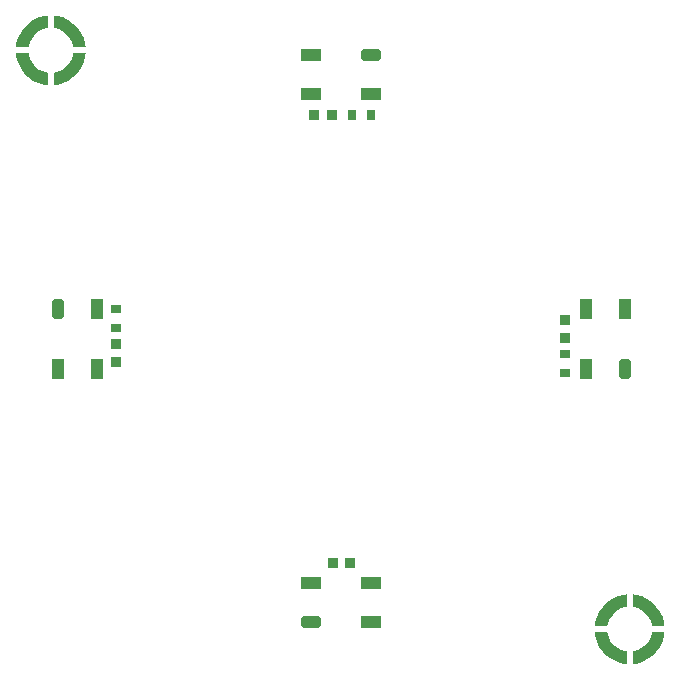
<source format=gbp>
G04*
G04 #@! TF.GenerationSoftware,Altium Limited,Altium Designer,18.1.6 (161)*
G04*
G04 Layer_Color=128*
%FSLAX44Y44*%
%MOMM*%
G71*
G01*
G75*
%ADD25R,0.9200X0.9300*%
%ADD31R,0.7900X0.9300*%
%ADD43R,0.9300X0.7900*%
%ADD45R,0.9300X0.9200*%
%ADD88R,1.0000X1.7000*%
%ADD89R,1.0000X1.7000*%
G04:AMPARAMS|DCode=90|XSize=1.7mm|YSize=1mm|CornerRadius=0.25mm|HoleSize=0mm|Usage=FLASHONLY|Rotation=270.000|XOffset=0mm|YOffset=0mm|HoleType=Round|Shape=RoundedRectangle|*
%AMROUNDEDRECTD90*
21,1,1.7000,0.5000,0,0,270.0*
21,1,1.2000,1.0000,0,0,270.0*
1,1,0.5000,-0.2500,-0.6000*
1,1,0.5000,-0.2500,0.6000*
1,1,0.5000,0.2500,0.6000*
1,1,0.5000,0.2500,-0.6000*
%
%ADD90ROUNDEDRECTD90*%
%ADD91R,1.7000X1.0000*%
%ADD92R,1.7000X1.0000*%
G04:AMPARAMS|DCode=93|XSize=1.7mm|YSize=1mm|CornerRadius=0.25mm|HoleSize=0mm|Usage=FLASHONLY|Rotation=180.000|XOffset=0mm|YOffset=0mm|HoleType=Round|Shape=RoundedRectangle|*
%AMROUNDEDRECTD93*
21,1,1.7000,0.5000,0,0,180.0*
21,1,1.2000,1.0000,0,0,180.0*
1,1,0.5000,-0.6000,0.2500*
1,1,0.5000,0.6000,0.2500*
1,1,0.5000,0.6000,-0.2500*
1,1,0.5000,-0.6000,-0.2500*
%
%ADD93ROUNDEDRECTD93*%
G36*
X606Y517500D02*
X826Y514919D01*
X2157Y509914D01*
X4341Y505216D01*
X7309Y500972D01*
X10972Y497309D01*
X15216Y494341D01*
X19914Y492157D01*
X24919Y490826D01*
X27500Y490606D01*
D01*
Y501165D01*
X27500D01*
X25972Y501432D01*
X23005Y502334D01*
X20226Y503707D01*
X17706Y505513D01*
X15514Y507706D01*
X13707Y510225D01*
X12335Y513005D01*
X11432Y515971D01*
X11165Y517499D01*
D01*
Y517500D01*
X606D01*
D02*
G37*
G36*
X27500Y549394D02*
X24919Y549174D01*
X19914Y547843D01*
X15216Y545659D01*
X10972Y542691D01*
X7309Y539028D01*
X4341Y534783D01*
X2157Y530086D01*
X826Y525081D01*
X606Y522500D01*
Y522500D01*
X11165D01*
Y522500D01*
X11432Y524028D01*
X12334Y526995D01*
X13707Y529774D01*
X15513Y532294D01*
X17706Y534486D01*
X20225Y536293D01*
X23005Y537665D01*
X25971Y538568D01*
X27499Y538835D01*
Y538835D01*
X27500D01*
Y549394D01*
D02*
G37*
G36*
X32500Y490606D02*
X35080Y490826D01*
X40086Y492157D01*
X44783Y494341D01*
X49028Y497309D01*
X52691Y500972D01*
X55659Y505216D01*
X57843Y509914D01*
X59174Y514919D01*
X59394Y517500D01*
X59394D01*
X48835D01*
X48835Y517500D01*
X48568Y515972D01*
X47666Y513005D01*
X46293Y510226D01*
X44486Y507706D01*
X42294Y505514D01*
X39775Y503707D01*
X36995Y502335D01*
X34029Y501432D01*
X32501Y501165D01*
X32501D01*
X32500D01*
X32500Y490606D01*
D02*
G37*
G36*
X59394Y522500D02*
X59174Y525081D01*
X57843Y530086D01*
X55659Y534783D01*
X52691Y539028D01*
X49028Y542691D01*
X44783Y545659D01*
X40086Y547843D01*
X35080Y549174D01*
X32500Y549394D01*
X32500Y549394D01*
Y538835D01*
X32500Y538835D01*
X34028Y538568D01*
X36995Y537666D01*
X39774Y536293D01*
X42294Y534487D01*
X44486Y532294D01*
X46293Y529775D01*
X47665Y526995D01*
X48568Y524029D01*
X48835Y522501D01*
X48835Y522501D01*
Y522500D01*
X59394Y522500D01*
D02*
G37*
G36*
X490606Y27500D02*
X490826Y24919D01*
X492157Y19914D01*
X494341Y15216D01*
X497309Y10972D01*
X500972Y7309D01*
X505216Y4341D01*
X509914Y2157D01*
X514919Y826D01*
X517500Y606D01*
D01*
Y11165D01*
X517500D01*
X515972Y11432D01*
X513005Y12334D01*
X510226Y13707D01*
X507706Y15513D01*
X505514Y17706D01*
X503707Y20225D01*
X502335Y23005D01*
X501432Y25971D01*
X501165Y27499D01*
D01*
Y27500D01*
X490606D01*
D02*
G37*
G36*
X517500Y59394D02*
X514919Y59174D01*
X509914Y57843D01*
X505216Y55659D01*
X500972Y52691D01*
X497309Y49028D01*
X494341Y44783D01*
X492157Y40086D01*
X490826Y35080D01*
X490606Y32500D01*
Y32500D01*
X501165D01*
Y32500D01*
X501432Y34028D01*
X502334Y36995D01*
X503707Y39774D01*
X505513Y42294D01*
X507706Y44486D01*
X510225Y46293D01*
X513005Y47665D01*
X515971Y48568D01*
X517499Y48835D01*
Y48835D01*
X517500D01*
Y59394D01*
D02*
G37*
G36*
X522500Y606D02*
X525081Y826D01*
X530086Y2157D01*
X534783Y4341D01*
X539028Y7309D01*
X542691Y10972D01*
X545659Y15216D01*
X547843Y19914D01*
X549174Y24919D01*
X549394Y27500D01*
X549394D01*
X538835D01*
X538835Y27500D01*
X538568Y25972D01*
X537666Y23005D01*
X536293Y20226D01*
X534487Y17706D01*
X532294Y15514D01*
X529775Y13707D01*
X526995Y12335D01*
X524029Y11432D01*
X522501Y11165D01*
X522501D01*
X522500D01*
X522500Y606D01*
D02*
G37*
G36*
X549394Y32500D02*
X549174Y35080D01*
X547843Y40086D01*
X545659Y44783D01*
X542691Y49028D01*
X539028Y52691D01*
X534783Y55659D01*
X530086Y57843D01*
X525081Y59174D01*
X522500Y59394D01*
X522500Y59394D01*
Y48835D01*
X522500Y48835D01*
X524028Y48568D01*
X526995Y47666D01*
X529774Y46293D01*
X532294Y44486D01*
X534486Y42294D01*
X536293Y39775D01*
X537665Y36995D01*
X538568Y34029D01*
X538835Y32501D01*
X538835Y32501D01*
Y32500D01*
X549394Y32500D01*
D02*
G37*
G54D25*
X268450Y86000D02*
D03*
X283550D02*
D03*
X268100Y465000D02*
D03*
X253000D02*
D03*
G54D31*
X285000D02*
D03*
X301400D02*
D03*
G54D43*
X465000Y246800D02*
D03*
Y263200D02*
D03*
X85000Y285000D02*
D03*
Y301400D02*
D03*
G54D45*
X465000Y291550D02*
D03*
Y276450D02*
D03*
X85000Y256000D02*
D03*
Y271100D02*
D03*
G54D88*
X69288Y250600D02*
D03*
Y301400D02*
D03*
X482712Y250600D02*
D03*
Y301400D02*
D03*
G54D89*
X36268Y250600D02*
D03*
X515732Y301400D02*
D03*
G54D90*
X36268D02*
D03*
X515732Y250600D02*
D03*
G54D91*
X250600Y482712D02*
D03*
X301400D02*
D03*
X250600Y69288D02*
D03*
X301400D02*
D03*
G54D92*
X250600Y515732D02*
D03*
X301400Y36268D02*
D03*
G54D93*
Y515732D02*
D03*
X250600Y36268D02*
D03*
M02*

</source>
